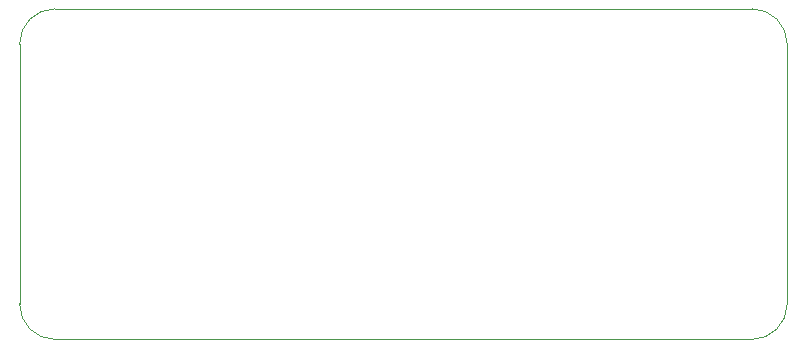
<source format=gbr>
G04 #@! TF.GenerationSoftware,KiCad,Pcbnew,(5.1.6-dirty)*
G04 #@! TF.CreationDate,2021-05-02T11:55:31+02:00*
G04 #@! TF.ProjectId,reva,72657661-2e6b-4696-9361-645f70636258,rev?*
G04 #@! TF.SameCoordinates,Original*
G04 #@! TF.FileFunction,Profile,NP*
%FSLAX46Y46*%
G04 Gerber Fmt 4.6, Leading zero omitted, Abs format (unit mm)*
G04 Created by KiCad (PCBNEW (5.1.6-dirty)) date 2021-05-02 11:55:31*
%MOMM*%
%LPD*%
G01*
G04 APERTURE LIST*
G04 #@! TA.AperFunction,Profile*
%ADD10C,0.050000*%
G04 #@! TD*
G04 APERTURE END LIST*
D10*
X123000000Y-101000000D02*
X123000000Y-79000000D01*
X185000000Y-104000000D02*
X126000000Y-104000000D01*
X188000000Y-79000000D02*
X188000000Y-101000000D01*
X126000000Y-76000000D02*
X185000000Y-76000000D01*
X185000000Y-76000000D02*
G75*
G02*
X188000000Y-79000000I0J-3000000D01*
G01*
X188000000Y-101000000D02*
G75*
G02*
X185000000Y-104000000I-3000000J0D01*
G01*
X126000000Y-104000000D02*
G75*
G02*
X123000000Y-101000000I0J3000000D01*
G01*
X123000000Y-79000000D02*
G75*
G02*
X126000000Y-76000000I3000000J0D01*
G01*
M02*

</source>
